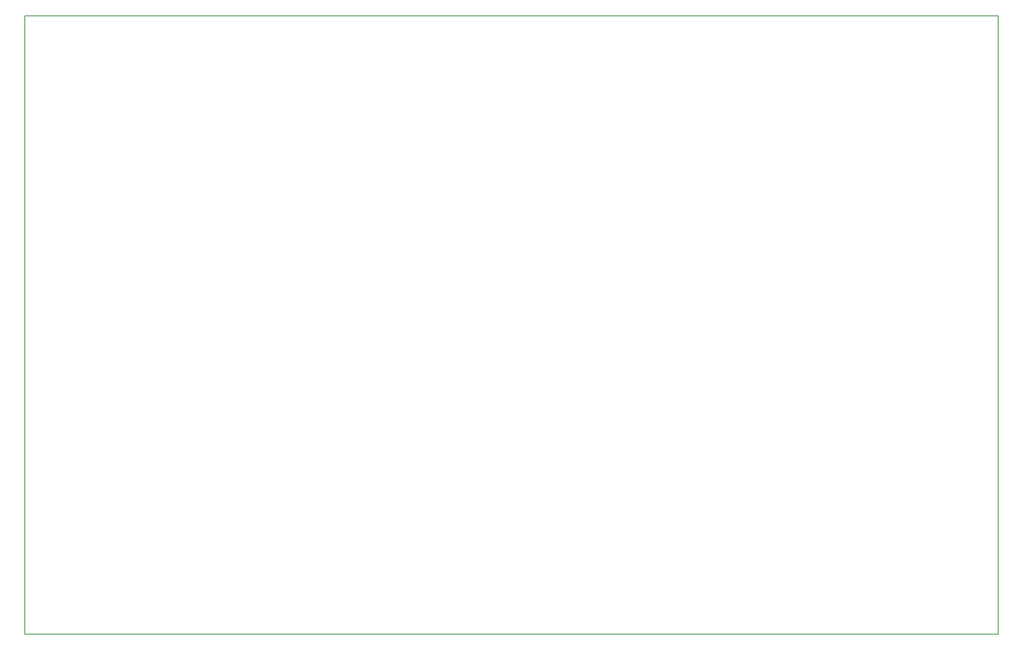
<source format=gbr>
G04 DipTrace 2.3.1.0*
%INBoardOutline.gbr*%
%MOIN*%
%ADD11C,0.0055*%
%FSLAX44Y44*%
G04*
G70*
G90*
G75*
G01*
%LNBoardOutline*%
%LPD*%
X3937Y54635D2*
D11*
X83826D1*
Y3937D1*
X3937D1*
Y54635D1*
M02*

</source>
